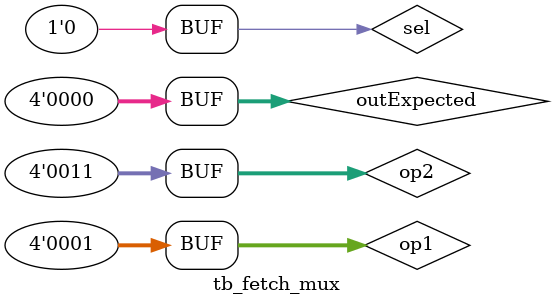
<source format=sv>

module tb_fetch_mux();
parameter N_tb = 4;

logic[N_tb-1:0] op1; 
logic[N_tb-1:0] op2; 
logic sel;
logic [N_tb-1:0] out, outExpected;

fetch_mux #(.N(N_tb)) UUT ( op1, op2, sel, out);


initial begin 
	$display("Testbench - Fetch Mux");
//	#1
	// CASE 1: sel=0; -> out = op1
	outExpected = 4'b0000;

	op1 = 4'b0001;
	op2 = 4'b0011;
//	sel = 0;
	
	sel = 1;
	
	#2
	sel = 0;
//	#1	
//	assert (out == outExpected) 
//		$display ($sformatf("Exito para op1 = %b, op2 = %b sel = %b", op1, op2, sel));
//	else $error($sformatf("mmm no no para op1 = %b, op2 = %b sel %b, Valor esperado = %b y valor obtenido = %b", op1, op2, sel, outExpected, out));
//
//	
//	#1
//	// CASE 2: sel=1; -> out = op2
//	outExpected = 4'b0001;
//	
//	sel = 1;
//	#1	
//	assert (out == outExpected) 
//		$display ($sformatf("Exito para op1 = %b, op2 = %b sel = %b", op1, op2, sel));
//	else $error($sformatf("Fallo para op1 = %b, op2 = %b sel %b, Valor esperado = %b y valor obtenido = %b", op1, op2, sel, outExpected, out));
//
//	
//	
	end
	
endmodule

</source>
